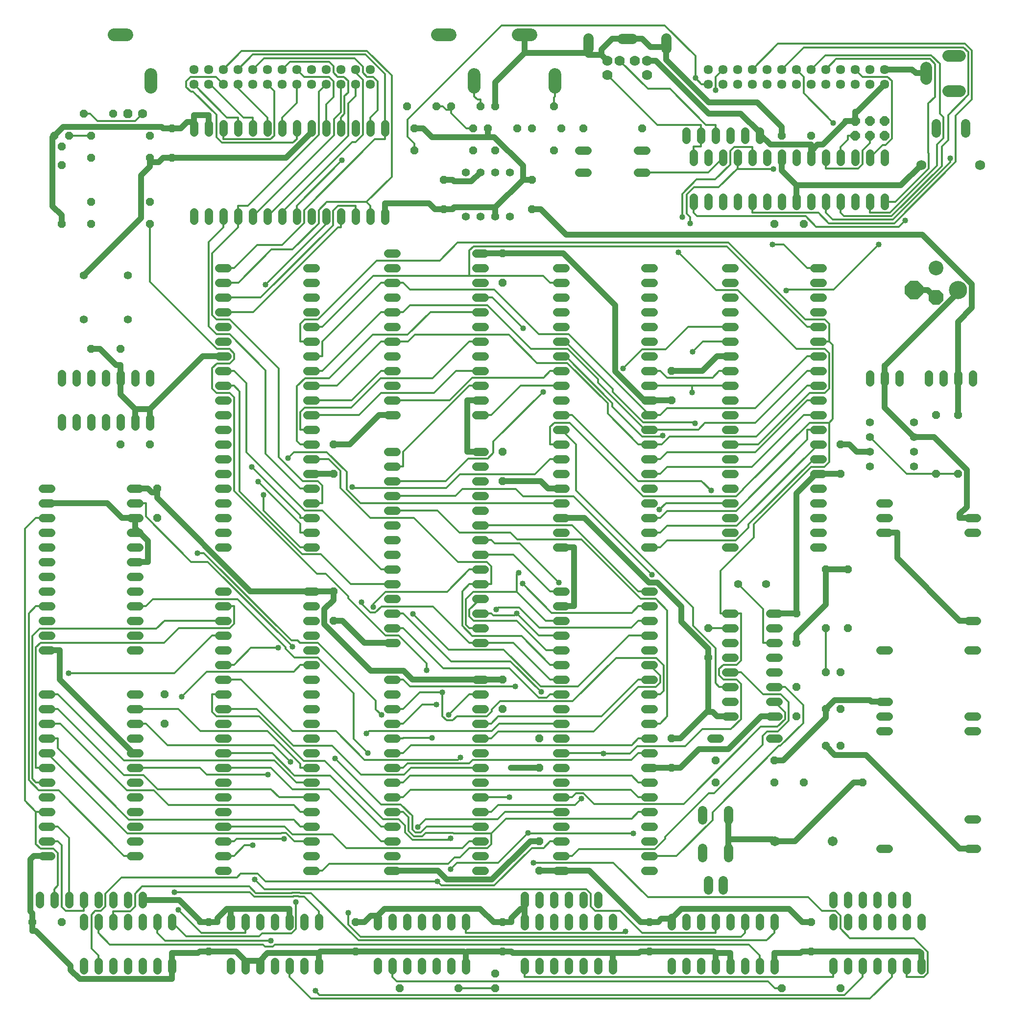
<source format=gbr>
G75*
%MOIN*%
%OFA0B0*%
%FSLAX24Y24*%
%IPPOS*%
%LPD*%
%AMOC8*
5,1,8,0,0,1.08239X$1,22.5*
%
%ADD10C,0.0560*%
%ADD11C,0.0560*%
%ADD12OC8,0.0560*%
%ADD13OC8,0.0630*%
%ADD14C,0.0630*%
%ADD15C,0.0634*%
%ADD16C,0.0640*%
%ADD17C,0.0866*%
%ADD18OC8,0.0640*%
%ADD19C,0.0673*%
%ADD20C,0.0700*%
%ADD21C,0.0700*%
%ADD22C,0.0787*%
%ADD23C,0.0680*%
%ADD24C,0.0555*%
%ADD25C,0.1000*%
%ADD26OC8,0.1000*%
%ADD27OC8,0.1240*%
%ADD28C,0.1240*%
%ADD29C,0.0400*%
%ADD30C,0.0400*%
%ADD31C,0.0120*%
D10*
X005100Y002820D02*
X005100Y003380D01*
X006100Y003380D02*
X006100Y002820D01*
X007100Y002820D02*
X007100Y003380D01*
X008100Y003380D02*
X008100Y002820D01*
X009100Y002820D02*
X009100Y003380D01*
X010100Y003380D02*
X010100Y002820D01*
X011100Y002820D02*
X011100Y003380D01*
X011100Y005820D02*
X011100Y006380D01*
X010100Y006380D02*
X010100Y005820D01*
X009100Y005820D02*
X009100Y006380D01*
X009100Y007320D02*
X009100Y007880D01*
X008100Y007880D02*
X008100Y007320D01*
X007100Y007320D02*
X007100Y007880D01*
X006100Y007880D02*
X006100Y007320D01*
X005100Y007320D02*
X005100Y007880D01*
X004100Y007880D02*
X004100Y007320D01*
X003100Y007320D02*
X003100Y007880D01*
X002100Y007880D02*
X002100Y007320D01*
X005100Y006380D02*
X005100Y005820D01*
X006100Y005820D02*
X006100Y006380D01*
X007100Y006380D02*
X007100Y005820D01*
X008100Y005820D02*
X008100Y006380D01*
X008320Y010600D02*
X008880Y010600D01*
X008880Y011600D02*
X008320Y011600D01*
X008320Y012600D02*
X008880Y012600D01*
X008880Y013600D02*
X008320Y013600D01*
X008320Y014600D02*
X008880Y014600D01*
X008880Y015600D02*
X008320Y015600D01*
X008320Y016600D02*
X008880Y016600D01*
X008880Y017600D02*
X008320Y017600D01*
X008320Y018600D02*
X008880Y018600D01*
X008880Y019600D02*
X008320Y019600D01*
X008320Y020600D02*
X008880Y020600D01*
X008880Y021600D02*
X008320Y021600D01*
X008320Y024600D02*
X008880Y024600D01*
X008880Y025600D02*
X008320Y025600D01*
X008320Y026600D02*
X008880Y026600D01*
X008880Y027600D02*
X008320Y027600D01*
X008320Y028600D02*
X008880Y028600D01*
X008880Y029600D02*
X008320Y029600D01*
X008320Y030600D02*
X008880Y030600D01*
X008880Y031600D02*
X008320Y031600D01*
X008320Y032600D02*
X008880Y032600D01*
X008880Y033600D02*
X008320Y033600D01*
X008320Y034600D02*
X008880Y034600D01*
X008880Y035600D02*
X008320Y035600D01*
X008600Y039820D02*
X008600Y040380D01*
X007600Y040380D02*
X007600Y039820D01*
X006600Y039820D02*
X006600Y040380D01*
X005600Y040380D02*
X005600Y039820D01*
X004600Y039820D02*
X004600Y040380D01*
X003600Y040380D02*
X003600Y039820D01*
X003600Y042820D02*
X003600Y043380D01*
X004600Y043380D02*
X004600Y042820D01*
X005600Y042820D02*
X005600Y043380D01*
X006600Y043380D02*
X006600Y042820D01*
X007600Y042820D02*
X007600Y043380D01*
X008600Y043380D02*
X008600Y042820D01*
X009600Y042820D02*
X009600Y043380D01*
X009600Y040380D02*
X009600Y039820D01*
X014320Y039600D02*
X014880Y039600D01*
X014880Y040600D02*
X014320Y040600D01*
X014320Y041600D02*
X014880Y041600D01*
X014880Y042600D02*
X014320Y042600D01*
X014320Y043600D02*
X014880Y043600D01*
X014880Y044600D02*
X014320Y044600D01*
X014320Y045600D02*
X014880Y045600D01*
X014880Y046600D02*
X014320Y046600D01*
X014320Y047600D02*
X014880Y047600D01*
X014880Y048600D02*
X014320Y048600D01*
X014320Y049600D02*
X014880Y049600D01*
X014880Y050600D02*
X014320Y050600D01*
X014600Y053820D02*
X014600Y054380D01*
X015600Y054380D02*
X015600Y053820D01*
X016600Y053820D02*
X016600Y054380D01*
X017600Y054380D02*
X017600Y053820D01*
X018600Y053820D02*
X018600Y054380D01*
X019600Y054380D02*
X019600Y053820D01*
X020600Y053820D02*
X020600Y054380D01*
X021600Y054380D02*
X021600Y053820D01*
X022600Y053820D02*
X022600Y054380D01*
X023600Y054380D02*
X023600Y053820D01*
X024600Y053820D02*
X024600Y054380D01*
X025600Y054380D02*
X025600Y053820D01*
X025820Y051600D02*
X026380Y051600D01*
X026380Y050600D02*
X025820Y050600D01*
X025820Y049600D02*
X026380Y049600D01*
X026380Y048600D02*
X025820Y048600D01*
X025820Y047600D02*
X026380Y047600D01*
X026380Y046600D02*
X025820Y046600D01*
X025820Y045600D02*
X026380Y045600D01*
X026380Y044600D02*
X025820Y044600D01*
X025820Y043600D02*
X026380Y043600D01*
X026380Y042600D02*
X025820Y042600D01*
X025820Y041600D02*
X026380Y041600D01*
X026380Y040600D02*
X025820Y040600D01*
X025820Y038100D02*
X026380Y038100D01*
X026380Y037100D02*
X025820Y037100D01*
X025820Y036100D02*
X026380Y036100D01*
X026380Y035100D02*
X025820Y035100D01*
X025820Y034100D02*
X026380Y034100D01*
X026380Y033100D02*
X025820Y033100D01*
X025820Y032100D02*
X026380Y032100D01*
X026380Y031100D02*
X025820Y031100D01*
X025820Y030100D02*
X026380Y030100D01*
X026380Y029100D02*
X025820Y029100D01*
X025820Y028100D02*
X026380Y028100D01*
X026380Y027100D02*
X025820Y027100D01*
X025820Y026100D02*
X026380Y026100D01*
X026380Y025100D02*
X025820Y025100D01*
X025820Y022600D02*
X026380Y022600D01*
X026380Y021600D02*
X025820Y021600D01*
X025820Y020600D02*
X026380Y020600D01*
X026380Y019600D02*
X025820Y019600D01*
X025820Y018600D02*
X026380Y018600D01*
X026380Y017600D02*
X025820Y017600D01*
X025820Y016600D02*
X026380Y016600D01*
X026380Y015600D02*
X025820Y015600D01*
X025820Y014600D02*
X026380Y014600D01*
X026380Y013600D02*
X025820Y013600D01*
X025820Y012600D02*
X026380Y012600D01*
X026380Y011600D02*
X025820Y011600D01*
X025820Y010600D02*
X026380Y010600D01*
X026380Y009600D02*
X025820Y009600D01*
X026100Y006380D02*
X026100Y005820D01*
X027100Y005820D02*
X027100Y006380D01*
X028100Y006380D02*
X028100Y005820D01*
X029100Y005820D02*
X029100Y006380D01*
X030100Y006380D02*
X030100Y005820D01*
X031100Y005820D02*
X031100Y006380D01*
X031100Y003380D02*
X031100Y002820D01*
X030100Y002820D02*
X030100Y003380D01*
X029100Y003380D02*
X029100Y002820D01*
X028100Y002820D02*
X028100Y003380D01*
X027100Y003380D02*
X027100Y002820D01*
X026100Y002820D02*
X026100Y003380D01*
X025100Y003380D02*
X025100Y002820D01*
X025100Y005820D02*
X025100Y006380D01*
X021100Y006380D02*
X021100Y005820D01*
X020100Y005820D02*
X020100Y006380D01*
X019100Y006380D02*
X019100Y005820D01*
X018100Y005820D02*
X018100Y006380D01*
X017100Y006380D02*
X017100Y005820D01*
X016100Y005820D02*
X016100Y006380D01*
X015100Y006380D02*
X015100Y005820D01*
X015100Y003380D02*
X015100Y002820D01*
X016100Y002820D02*
X016100Y003380D01*
X017100Y003380D02*
X017100Y002820D01*
X018100Y002820D02*
X018100Y003380D01*
X019100Y003380D02*
X019100Y002820D01*
X020100Y002820D02*
X020100Y003380D01*
X021100Y003380D02*
X021100Y002820D01*
X020880Y009600D02*
X020320Y009600D01*
X020320Y010600D02*
X020880Y010600D01*
X020880Y011600D02*
X020320Y011600D01*
X020320Y012600D02*
X020880Y012600D01*
X020880Y013600D02*
X020320Y013600D01*
X020320Y014600D02*
X020880Y014600D01*
X020880Y015600D02*
X020320Y015600D01*
X020320Y016600D02*
X020880Y016600D01*
X020880Y017600D02*
X020320Y017600D01*
X020320Y018600D02*
X020880Y018600D01*
X020880Y019600D02*
X020320Y019600D01*
X020320Y020600D02*
X020880Y020600D01*
X020880Y021600D02*
X020320Y021600D01*
X020320Y022600D02*
X020880Y022600D01*
X020880Y023600D02*
X020320Y023600D01*
X020320Y024600D02*
X020880Y024600D01*
X020880Y025600D02*
X020320Y025600D01*
X020320Y026600D02*
X020880Y026600D01*
X020880Y027600D02*
X020320Y027600D01*
X020320Y028600D02*
X020880Y028600D01*
X020880Y031600D02*
X020320Y031600D01*
X020320Y032600D02*
X020880Y032600D01*
X020880Y033600D02*
X020320Y033600D01*
X020320Y034600D02*
X020880Y034600D01*
X020880Y035600D02*
X020320Y035600D01*
X020320Y036600D02*
X020880Y036600D01*
X020880Y037600D02*
X020320Y037600D01*
X020320Y038600D02*
X020880Y038600D01*
X020880Y039600D02*
X020320Y039600D01*
X020320Y040600D02*
X020880Y040600D01*
X020880Y041600D02*
X020320Y041600D01*
X020320Y042600D02*
X020880Y042600D01*
X020880Y043600D02*
X020320Y043600D01*
X020320Y044600D02*
X020880Y044600D01*
X020880Y045600D02*
X020320Y045600D01*
X020320Y046600D02*
X020880Y046600D01*
X020880Y047600D02*
X020320Y047600D01*
X020320Y048600D02*
X020880Y048600D01*
X020880Y049600D02*
X020320Y049600D01*
X020320Y050600D02*
X020880Y050600D01*
X013600Y053820D02*
X013600Y054380D01*
X012600Y054380D02*
X012600Y053820D01*
X012600Y059820D02*
X012600Y060380D01*
X013600Y060380D02*
X013600Y059820D01*
X014600Y059820D02*
X014600Y060380D01*
X015600Y060380D02*
X015600Y059820D01*
X016600Y059820D02*
X016600Y060380D01*
X017600Y060380D02*
X017600Y059820D01*
X018600Y059820D02*
X018600Y060380D01*
X019600Y060380D02*
X019600Y059820D01*
X020600Y059820D02*
X020600Y060380D01*
X021600Y060380D02*
X021600Y059820D01*
X022600Y059820D02*
X022600Y060380D01*
X023600Y060380D02*
X023600Y059820D01*
X024600Y059820D02*
X024600Y060380D01*
X025600Y060380D02*
X025600Y059820D01*
X031820Y051600D02*
X032380Y051600D01*
X032380Y050600D02*
X031820Y050600D01*
X031820Y049600D02*
X032380Y049600D01*
X032380Y048600D02*
X031820Y048600D01*
X031820Y047600D02*
X032380Y047600D01*
X032380Y046600D02*
X031820Y046600D01*
X031820Y045600D02*
X032380Y045600D01*
X032380Y044600D02*
X031820Y044600D01*
X031820Y043600D02*
X032380Y043600D01*
X032380Y042600D02*
X031820Y042600D01*
X031820Y041600D02*
X032380Y041600D01*
X032380Y040600D02*
X031820Y040600D01*
X031820Y038100D02*
X032380Y038100D01*
X032380Y037100D02*
X031820Y037100D01*
X031820Y036100D02*
X032380Y036100D01*
X032380Y035100D02*
X031820Y035100D01*
X031820Y034100D02*
X032380Y034100D01*
X032380Y033100D02*
X031820Y033100D01*
X031820Y032100D02*
X032380Y032100D01*
X032380Y031100D02*
X031820Y031100D01*
X031820Y030100D02*
X032380Y030100D01*
X032380Y029100D02*
X031820Y029100D01*
X031820Y028100D02*
X032380Y028100D01*
X032380Y027100D02*
X031820Y027100D01*
X031820Y026100D02*
X032380Y026100D01*
X032380Y025100D02*
X031820Y025100D01*
X031820Y022600D02*
X032380Y022600D01*
X032380Y021600D02*
X031820Y021600D01*
X031820Y020600D02*
X032380Y020600D01*
X032380Y019600D02*
X031820Y019600D01*
X031820Y018600D02*
X032380Y018600D01*
X032380Y017600D02*
X031820Y017600D01*
X031820Y016600D02*
X032380Y016600D01*
X032380Y015600D02*
X031820Y015600D01*
X031820Y014600D02*
X032380Y014600D01*
X032380Y013600D02*
X031820Y013600D01*
X031820Y012600D02*
X032380Y012600D01*
X032380Y011600D02*
X031820Y011600D01*
X031820Y010600D02*
X032380Y010600D01*
X032380Y009600D02*
X031820Y009600D01*
X035100Y007880D02*
X035100Y007320D01*
X036100Y007320D02*
X036100Y007880D01*
X037100Y007880D02*
X037100Y007320D01*
X038100Y007320D02*
X038100Y007880D01*
X039100Y007880D02*
X039100Y007320D01*
X040100Y007320D02*
X040100Y007880D01*
X040100Y006380D02*
X040100Y005820D01*
X039100Y005820D02*
X039100Y006380D01*
X038100Y006380D02*
X038100Y005820D01*
X037100Y005820D02*
X037100Y006380D01*
X036100Y006380D02*
X036100Y005820D01*
X035100Y005820D02*
X035100Y006380D01*
X035100Y003380D02*
X035100Y002820D01*
X036100Y002820D02*
X036100Y003380D01*
X037100Y003380D02*
X037100Y002820D01*
X038100Y002820D02*
X038100Y003380D01*
X039100Y003380D02*
X039100Y002820D01*
X040100Y002820D02*
X040100Y003380D01*
X041100Y003380D02*
X041100Y002820D01*
X041100Y005820D02*
X041100Y006380D01*
X043320Y009600D02*
X043880Y009600D01*
X043880Y010600D02*
X043320Y010600D01*
X043320Y011600D02*
X043880Y011600D01*
X043880Y012600D02*
X043320Y012600D01*
X043320Y013600D02*
X043880Y013600D01*
X043880Y014600D02*
X043320Y014600D01*
X043320Y015600D02*
X043880Y015600D01*
X043880Y016600D02*
X043320Y016600D01*
X043320Y017600D02*
X043880Y017600D01*
X043880Y018600D02*
X043320Y018600D01*
X043320Y019600D02*
X043880Y019600D01*
X043880Y020600D02*
X043320Y020600D01*
X043320Y021600D02*
X043880Y021600D01*
X043880Y022600D02*
X043320Y022600D01*
X043320Y023600D02*
X043880Y023600D01*
X043880Y024600D02*
X043320Y024600D01*
X043320Y025600D02*
X043880Y025600D01*
X043880Y026600D02*
X043320Y026600D01*
X043320Y027600D02*
X043880Y027600D01*
X043880Y028600D02*
X043320Y028600D01*
X043320Y031600D02*
X043880Y031600D01*
X043880Y032600D02*
X043320Y032600D01*
X043320Y033600D02*
X043880Y033600D01*
X043880Y034600D02*
X043320Y034600D01*
X043320Y035600D02*
X043880Y035600D01*
X043880Y036600D02*
X043320Y036600D01*
X043320Y037600D02*
X043880Y037600D01*
X043880Y038600D02*
X043320Y038600D01*
X043320Y039600D02*
X043880Y039600D01*
X043880Y040600D02*
X043320Y040600D01*
X043320Y041600D02*
X043880Y041600D01*
X043880Y042600D02*
X043320Y042600D01*
X043320Y043600D02*
X043880Y043600D01*
X043880Y044600D02*
X043320Y044600D01*
X043320Y045600D02*
X043880Y045600D01*
X043880Y046600D02*
X043320Y046600D01*
X043320Y047600D02*
X043880Y047600D01*
X043880Y048600D02*
X043320Y048600D01*
X043320Y049600D02*
X043880Y049600D01*
X043880Y050600D02*
X043320Y050600D01*
X046600Y054820D02*
X046600Y055380D01*
X047600Y055380D02*
X047600Y054820D01*
X048600Y054820D02*
X048600Y055380D01*
X049600Y055380D02*
X049600Y054820D01*
X050600Y054820D02*
X050600Y055380D01*
X051600Y055380D02*
X051600Y054820D01*
X052600Y054820D02*
X052600Y055380D01*
X053600Y055380D02*
X053600Y054820D01*
X054600Y054820D02*
X054600Y055380D01*
X055600Y055380D02*
X055600Y054820D01*
X056600Y054820D02*
X056600Y055380D01*
X057600Y055380D02*
X057600Y054820D01*
X058600Y054820D02*
X058600Y055380D01*
X059600Y055380D02*
X059600Y054820D01*
X059600Y057820D02*
X059600Y058380D01*
X058600Y058380D02*
X058600Y057820D01*
X057600Y057820D02*
X057600Y058380D01*
X056600Y058380D02*
X056600Y057820D01*
X055600Y057820D02*
X055600Y058380D01*
X054600Y058380D02*
X054600Y057820D01*
X053600Y057820D02*
X053600Y058380D01*
X052600Y058380D02*
X052600Y057820D01*
X051600Y057820D02*
X051600Y058380D01*
X050600Y058380D02*
X050600Y057820D01*
X049600Y057820D02*
X049600Y058380D01*
X048600Y058380D02*
X048600Y057820D01*
X047600Y057820D02*
X047600Y058380D01*
X046600Y058380D02*
X046600Y057820D01*
X046100Y059320D02*
X046100Y059880D01*
X047100Y059880D02*
X047100Y059320D01*
X048100Y059320D02*
X048100Y059880D01*
X049100Y059880D02*
X049100Y059320D01*
X050100Y059320D02*
X050100Y059880D01*
X051100Y059880D02*
X051100Y059320D01*
X043380Y058600D02*
X042820Y058600D01*
X042820Y057100D02*
X043380Y057100D01*
X039380Y057100D02*
X038820Y057100D01*
X038820Y058600D02*
X039380Y058600D01*
X037880Y050600D02*
X037320Y050600D01*
X037320Y049600D02*
X037880Y049600D01*
X037880Y048600D02*
X037320Y048600D01*
X037320Y047600D02*
X037880Y047600D01*
X037880Y046600D02*
X037320Y046600D01*
X037320Y045600D02*
X037880Y045600D01*
X037880Y044600D02*
X037320Y044600D01*
X037320Y043600D02*
X037880Y043600D01*
X037880Y042600D02*
X037320Y042600D01*
X037320Y041600D02*
X037880Y041600D01*
X037880Y040600D02*
X037320Y040600D01*
X037320Y039600D02*
X037880Y039600D01*
X037880Y038600D02*
X037320Y038600D01*
X037320Y037600D02*
X037880Y037600D01*
X037880Y036600D02*
X037320Y036600D01*
X037320Y035600D02*
X037880Y035600D01*
X037880Y034600D02*
X037320Y034600D01*
X037320Y033600D02*
X037880Y033600D01*
X037880Y032600D02*
X037320Y032600D01*
X037320Y031600D02*
X037880Y031600D01*
X037880Y028600D02*
X037320Y028600D01*
X037320Y027600D02*
X037880Y027600D01*
X037880Y026600D02*
X037320Y026600D01*
X037320Y025600D02*
X037880Y025600D01*
X037880Y024600D02*
X037320Y024600D01*
X037320Y023600D02*
X037880Y023600D01*
X037880Y022600D02*
X037320Y022600D01*
X037320Y021600D02*
X037880Y021600D01*
X037880Y020600D02*
X037320Y020600D01*
X037320Y019600D02*
X037880Y019600D01*
X037880Y018600D02*
X037320Y018600D01*
X037320Y017600D02*
X037880Y017600D01*
X037880Y016600D02*
X037320Y016600D01*
X037320Y015600D02*
X037880Y015600D01*
X037880Y014600D02*
X037320Y014600D01*
X037320Y013600D02*
X037880Y013600D01*
X037880Y012600D02*
X037320Y012600D01*
X037320Y011600D02*
X037880Y011600D01*
X037880Y010600D02*
X037320Y010600D01*
X037320Y009600D02*
X037880Y009600D01*
X045100Y006380D02*
X045100Y005820D01*
X046100Y005820D02*
X046100Y006380D01*
X047100Y006380D02*
X047100Y005820D01*
X048100Y005820D02*
X048100Y006380D01*
X049100Y006380D02*
X049100Y005820D01*
X050100Y005820D02*
X050100Y006380D01*
X051100Y006380D02*
X051100Y005820D01*
X052100Y005820D02*
X052100Y006380D01*
X052100Y003380D02*
X052100Y002820D01*
X051100Y002820D02*
X051100Y003380D01*
X050100Y003380D02*
X050100Y002820D01*
X049100Y002820D02*
X049100Y003380D01*
X048100Y003380D02*
X048100Y002820D01*
X047100Y002820D02*
X047100Y003380D01*
X046100Y003380D02*
X046100Y002820D01*
X045100Y002820D02*
X045100Y003380D01*
X056100Y003380D02*
X056100Y002820D01*
X057100Y002820D02*
X057100Y003380D01*
X058100Y003380D02*
X058100Y002820D01*
X059100Y002820D02*
X059100Y003380D01*
X060100Y003380D02*
X060100Y002820D01*
X061100Y002820D02*
X061100Y003380D01*
X062100Y003380D02*
X062100Y002820D01*
X062100Y005820D02*
X062100Y006380D01*
X061100Y006380D02*
X061100Y005820D01*
X060100Y005820D02*
X060100Y006380D01*
X060100Y007320D02*
X060100Y007880D01*
X061100Y007880D02*
X061100Y007320D01*
X059100Y007320D02*
X059100Y007880D01*
X058100Y007880D02*
X058100Y007320D01*
X058100Y006380D02*
X058100Y005820D01*
X059100Y005820D02*
X059100Y006380D01*
X057100Y006380D02*
X057100Y005820D01*
X056100Y005820D02*
X056100Y006380D01*
X056100Y007320D02*
X056100Y007880D01*
X057100Y007880D02*
X057100Y007320D01*
X052380Y018600D02*
X051820Y018600D01*
X051820Y020100D02*
X052380Y020100D01*
X052380Y021100D02*
X051820Y021100D01*
X051820Y022100D02*
X052380Y022100D01*
X052380Y023100D02*
X051820Y023100D01*
X051820Y024100D02*
X052380Y024100D01*
X052380Y025100D02*
X051820Y025100D01*
X051820Y026100D02*
X052380Y026100D01*
X052380Y027100D02*
X051820Y027100D01*
X049380Y027100D02*
X048820Y027100D01*
X048820Y026100D02*
X049380Y026100D01*
X049380Y025100D02*
X048820Y025100D01*
X048820Y024100D02*
X049380Y024100D01*
X049380Y023100D02*
X048820Y023100D01*
X048820Y022100D02*
X049380Y022100D01*
X049380Y021100D02*
X048820Y021100D01*
X048820Y020100D02*
X049380Y020100D01*
X048380Y018600D02*
X047820Y018600D01*
X048820Y031600D02*
X049380Y031600D01*
X049380Y032600D02*
X048820Y032600D01*
X048820Y033600D02*
X049380Y033600D01*
X049380Y034600D02*
X048820Y034600D01*
X048820Y035600D02*
X049380Y035600D01*
X049380Y036600D02*
X048820Y036600D01*
X048820Y037600D02*
X049380Y037600D01*
X049380Y038600D02*
X048820Y038600D01*
X048820Y039600D02*
X049380Y039600D01*
X049380Y040600D02*
X048820Y040600D01*
X048820Y041600D02*
X049380Y041600D01*
X049380Y042600D02*
X048820Y042600D01*
X048820Y043600D02*
X049380Y043600D01*
X049380Y044600D02*
X048820Y044600D01*
X048820Y045600D02*
X049380Y045600D01*
X049380Y046600D02*
X048820Y046600D01*
X048820Y047600D02*
X049380Y047600D01*
X049380Y048600D02*
X048820Y048600D01*
X048820Y049600D02*
X049380Y049600D01*
X049380Y050600D02*
X048820Y050600D01*
X054820Y050600D02*
X055380Y050600D01*
X055380Y049600D02*
X054820Y049600D01*
X054820Y048600D02*
X055380Y048600D01*
X055380Y047600D02*
X054820Y047600D01*
X054820Y046600D02*
X055380Y046600D01*
X055380Y045600D02*
X054820Y045600D01*
X054820Y044600D02*
X055380Y044600D01*
X055380Y043600D02*
X054820Y043600D01*
X054820Y042600D02*
X055380Y042600D01*
X055380Y041600D02*
X054820Y041600D01*
X054820Y040600D02*
X055380Y040600D01*
X055380Y039600D02*
X054820Y039600D01*
X054820Y038600D02*
X055380Y038600D01*
X055380Y037600D02*
X054820Y037600D01*
X054820Y036600D02*
X055380Y036600D01*
X055380Y035600D02*
X054820Y035600D01*
X054820Y034600D02*
X055380Y034600D01*
X055380Y033600D02*
X054820Y033600D01*
X054820Y032600D02*
X055380Y032600D01*
X055380Y031600D02*
X054820Y031600D01*
X014880Y031600D02*
X014320Y031600D01*
X014320Y032600D02*
X014880Y032600D01*
X014880Y033600D02*
X014320Y033600D01*
X014320Y034600D02*
X014880Y034600D01*
X014880Y035600D02*
X014320Y035600D01*
X014320Y036600D02*
X014880Y036600D01*
X014880Y037600D02*
X014320Y037600D01*
X014320Y038600D02*
X014880Y038600D01*
X014880Y028600D02*
X014320Y028600D01*
X014320Y027600D02*
X014880Y027600D01*
X014880Y026600D02*
X014320Y026600D01*
X014320Y025600D02*
X014880Y025600D01*
X014880Y024600D02*
X014320Y024600D01*
X014320Y023600D02*
X014880Y023600D01*
X014880Y022600D02*
X014320Y022600D01*
X014320Y021600D02*
X014880Y021600D01*
X014880Y020600D02*
X014320Y020600D01*
X014320Y019600D02*
X014880Y019600D01*
X014880Y018600D02*
X014320Y018600D01*
X014320Y017600D02*
X014880Y017600D01*
X014880Y016600D02*
X014320Y016600D01*
X014320Y015600D02*
X014880Y015600D01*
X014880Y014600D02*
X014320Y014600D01*
X014320Y013600D02*
X014880Y013600D01*
X014880Y012600D02*
X014320Y012600D01*
X014320Y011600D02*
X014880Y011600D01*
X014880Y010600D02*
X014320Y010600D01*
X014320Y009600D02*
X014880Y009600D01*
X002880Y010600D02*
X002320Y010600D01*
X002320Y011600D02*
X002880Y011600D01*
X002880Y012600D02*
X002320Y012600D01*
X002320Y013600D02*
X002880Y013600D01*
X002880Y014600D02*
X002320Y014600D01*
X002320Y015600D02*
X002880Y015600D01*
X002880Y016600D02*
X002320Y016600D01*
X002320Y017600D02*
X002880Y017600D01*
X002880Y018600D02*
X002320Y018600D01*
X002320Y019600D02*
X002880Y019600D01*
X002880Y020600D02*
X002320Y020600D01*
X002320Y021600D02*
X002880Y021600D01*
X002880Y024600D02*
X002320Y024600D01*
X002320Y025600D02*
X002880Y025600D01*
X002880Y026600D02*
X002320Y026600D01*
X002320Y027600D02*
X002880Y027600D01*
X002880Y028600D02*
X002320Y028600D01*
X002320Y029600D02*
X002880Y029600D01*
X002880Y030600D02*
X002320Y030600D01*
X002320Y031600D02*
X002880Y031600D01*
X002880Y032600D02*
X002320Y032600D01*
X002320Y033600D02*
X002880Y033600D01*
X002880Y034600D02*
X002320Y034600D01*
X002320Y035600D02*
X002880Y035600D01*
D11*
X005100Y047100D03*
X005100Y050100D03*
X008100Y050100D03*
X008100Y047100D03*
X031100Y054100D03*
X032100Y054100D03*
X033100Y054100D03*
X034100Y054100D03*
X034100Y057100D03*
X033100Y057100D03*
X032100Y057100D03*
X031100Y057100D03*
X049650Y029100D03*
X051550Y029100D03*
X058600Y037100D03*
X058600Y038100D03*
X058600Y039100D03*
X058600Y040100D03*
X061600Y040100D03*
X061600Y039100D03*
X061600Y038100D03*
X061600Y037100D03*
D12*
X063100Y036600D03*
X064600Y036600D03*
X064600Y040600D03*
X063100Y040600D03*
X056600Y038600D03*
X056600Y036600D03*
X057100Y030100D03*
X055600Y030100D03*
X053600Y027100D03*
X053600Y025100D03*
X055600Y026100D03*
X057100Y026100D03*
X056600Y023100D03*
X055600Y023100D03*
X053600Y022100D03*
X053600Y020100D03*
X055600Y020600D03*
X056600Y020600D03*
X056600Y018100D03*
X055600Y018100D03*
X054100Y015600D03*
X052100Y015600D03*
X052100Y017100D03*
X048100Y017100D03*
X048100Y015600D03*
X045100Y016600D03*
X045100Y018600D03*
X047600Y024100D03*
X047600Y026100D03*
X058100Y015600D03*
X054600Y006100D03*
X054600Y004100D03*
X052600Y001600D03*
X056600Y001600D03*
X043600Y004100D03*
X043600Y006100D03*
X036100Y009600D03*
X036100Y011600D03*
X036100Y016600D03*
X036100Y018600D03*
X033600Y020600D03*
X033600Y022600D03*
X022100Y026600D03*
X022100Y028600D03*
X022100Y036600D03*
X022100Y038600D03*
X033600Y038100D03*
X033600Y036100D03*
X045100Y041600D03*
X045100Y043600D03*
X052100Y053600D03*
X054100Y053600D03*
X054600Y059600D03*
X052600Y059600D03*
X043100Y060100D03*
X039100Y060100D03*
X037600Y060100D03*
X037100Y058600D03*
X035600Y060100D03*
X034600Y060100D03*
X033100Y058600D03*
X031600Y058600D03*
X031600Y060100D03*
X032600Y060100D03*
X032100Y061600D03*
X033100Y061600D03*
X030100Y061600D03*
X029100Y061600D03*
X027600Y060100D03*
X027600Y058600D03*
X029600Y056600D03*
X029600Y054600D03*
X033600Y051600D03*
X033600Y049600D03*
X035600Y054600D03*
X035600Y056600D03*
X037100Y061600D03*
X027100Y061600D03*
X011100Y060100D03*
X009600Y059600D03*
X009600Y058100D03*
X011100Y058100D03*
X009600Y055100D03*
X009600Y053600D03*
X005600Y053600D03*
X005600Y055100D03*
X003600Y053600D03*
X003600Y057600D03*
X003600Y058850D03*
X003100Y059600D03*
X004100Y059600D03*
X005600Y059600D03*
X005600Y058100D03*
X005100Y061100D03*
X007100Y061100D03*
X007600Y045100D03*
X005600Y045100D03*
X007600Y038600D03*
X009600Y038600D03*
X010100Y035600D03*
X010100Y033600D03*
X010600Y021600D03*
X010600Y019600D03*
X013600Y006100D03*
X013600Y004100D03*
X003600Y006100D03*
X001600Y006100D03*
X023600Y006100D03*
X023600Y004100D03*
X026600Y001600D03*
X030600Y001600D03*
X033100Y001600D03*
X033100Y002600D03*
X033600Y004100D03*
X033600Y006100D03*
D13*
X008100Y061100D03*
D14*
X009100Y061100D03*
D15*
X012600Y063100D03*
X012600Y064100D03*
X013600Y064100D03*
X013600Y063100D03*
X014600Y063100D03*
X014600Y064100D03*
X015600Y064100D03*
X015600Y063100D03*
X016600Y063100D03*
X016600Y064100D03*
X017600Y064100D03*
X017600Y063100D03*
X018600Y063100D03*
X018600Y064100D03*
X019600Y064100D03*
X019600Y063100D03*
X020600Y063100D03*
X020600Y064100D03*
X021600Y064100D03*
X021600Y063100D03*
X022600Y063100D03*
X022600Y064100D03*
X023600Y064100D03*
X023600Y063100D03*
X024600Y063100D03*
X024600Y064100D03*
X047600Y064100D03*
X047600Y063100D03*
X048600Y063100D03*
X048600Y064100D03*
X049600Y064100D03*
X049600Y063100D03*
X050600Y063100D03*
X050600Y064100D03*
X051600Y064100D03*
X051600Y063100D03*
X052600Y063100D03*
X052600Y064100D03*
X053600Y064100D03*
X053600Y063100D03*
X054600Y063100D03*
X054600Y064100D03*
X055600Y064100D03*
X055600Y063100D03*
X056600Y063100D03*
X056600Y064100D03*
X057600Y064100D03*
X057600Y063100D03*
X058600Y063100D03*
X058600Y064100D03*
X059600Y064100D03*
X059600Y063100D03*
D16*
X063100Y060420D02*
X063100Y059780D01*
X065100Y059780D02*
X065100Y060420D01*
X048990Y013700D02*
X048990Y013060D01*
X047210Y013060D02*
X047210Y013700D01*
X047210Y011140D02*
X047210Y010500D01*
X047600Y008920D02*
X047600Y008280D01*
X048600Y008280D02*
X048600Y008920D01*
X048990Y010500D02*
X048990Y011140D01*
D17*
X037187Y062893D02*
X037187Y063759D01*
X035533Y066475D02*
X034667Y066475D01*
X031687Y063759D02*
X031687Y062893D01*
X030033Y066475D02*
X029167Y066475D01*
X009687Y063759D02*
X009687Y062893D01*
X008033Y066475D02*
X007167Y066475D01*
D18*
X057600Y060600D03*
X057600Y059600D03*
X058600Y059600D03*
X058600Y060600D03*
X059600Y060600D03*
X059600Y059600D03*
D19*
X056069Y011600D03*
X052131Y011600D03*
D20*
X044757Y065535D02*
X044757Y066235D01*
X042450Y066200D02*
X041750Y066200D01*
X039443Y066235D02*
X039443Y065535D01*
D21*
X040761Y064704D03*
X041588Y064704D03*
X042612Y064704D03*
X043439Y064704D03*
X043439Y063719D03*
X040761Y063719D03*
D22*
X062460Y063456D02*
X062460Y064244D01*
X063956Y065031D02*
X064744Y065031D01*
X064744Y062630D02*
X063956Y062630D01*
D23*
X062100Y057600D03*
X066100Y057600D03*
D24*
X065600Y043377D02*
X065600Y042823D01*
X064600Y042823D02*
X064600Y043377D01*
X063600Y043377D02*
X063600Y042823D01*
X062600Y042823D02*
X062600Y043377D01*
X060600Y043377D02*
X060600Y042823D01*
X059600Y042823D02*
X059600Y043377D01*
X058600Y043377D02*
X058600Y042823D01*
X059323Y034600D02*
X059877Y034600D01*
X059877Y033600D02*
X059323Y033600D01*
X059323Y032600D02*
X059877Y032600D01*
X065323Y032600D02*
X065877Y032600D01*
X065877Y033600D02*
X065323Y033600D01*
X065323Y026600D02*
X065877Y026600D01*
X065877Y024600D02*
X065323Y024600D01*
X065323Y020100D02*
X065877Y020100D01*
X065877Y019100D02*
X065323Y019100D01*
X059877Y019100D02*
X059323Y019100D01*
X059323Y020100D02*
X059877Y020100D01*
X059877Y021100D02*
X059323Y021100D01*
X059323Y024600D02*
X059877Y024600D01*
X065323Y013100D02*
X065877Y013100D01*
X065877Y011100D02*
X065323Y011100D01*
X059877Y011100D02*
X059323Y011100D01*
D25*
X063100Y050600D03*
D26*
X063100Y048600D03*
D27*
X061600Y049100D03*
D28*
X064600Y049100D03*
D29*
X004220Y003136D02*
X004220Y002834D01*
X004834Y002220D01*
X011100Y002220D01*
X011100Y003100D01*
X011100Y003220D01*
X011100Y003980D01*
X011100Y003980D01*
X012880Y003980D01*
X013000Y004100D01*
X013600Y004100D01*
X015475Y004100D01*
X016100Y003475D01*
X016100Y003100D01*
X016100Y003475D02*
X017100Y003475D01*
X017605Y003980D01*
X021100Y003980D01*
X021220Y004100D01*
X023000Y004100D01*
X023600Y004100D01*
X030980Y004100D01*
X031100Y003980D01*
X031100Y003100D01*
X031100Y003980D02*
X031220Y004100D01*
X033600Y004100D01*
X034200Y004100D01*
X034320Y003980D01*
X041100Y003980D01*
X042880Y003980D01*
X043000Y004100D01*
X043600Y004100D01*
X044200Y004100D01*
X047980Y004100D01*
X048100Y003980D01*
X049100Y003980D01*
X049100Y003100D01*
X048100Y003100D02*
X048100Y003850D01*
X048100Y003980D01*
X045100Y006100D02*
X045100Y006320D01*
X045774Y006994D01*
X053106Y006994D01*
X054000Y006100D01*
X054600Y006100D01*
X054600Y004100D02*
X054000Y004100D01*
X053880Y003980D01*
X052100Y003980D01*
X052100Y003100D01*
X054600Y004100D02*
X055200Y004100D01*
X061980Y004100D01*
X062100Y003980D01*
X062100Y003100D01*
X064725Y011100D02*
X065600Y011100D01*
X064725Y011100D02*
X058354Y017471D01*
X056229Y017471D01*
X055600Y018100D01*
X055600Y020000D02*
X052700Y017100D01*
X052100Y017100D01*
X052100Y020100D02*
X051220Y020100D01*
X048987Y017867D01*
X046967Y017867D01*
X045700Y016600D01*
X045100Y016600D01*
X043600Y016600D01*
X045100Y018600D02*
X045700Y018600D01*
X047510Y020410D01*
X047600Y020410D01*
X047600Y024100D01*
X047600Y024700D01*
X045772Y026528D01*
X045772Y027576D01*
X044138Y029209D01*
X043568Y029209D01*
X039177Y033600D01*
X037600Y033600D01*
X037600Y031600D02*
X038480Y031600D01*
X038480Y027600D01*
X037600Y027600D01*
X033600Y022600D02*
X032100Y022600D01*
X031220Y022600D01*
X027471Y022600D01*
X026865Y023206D01*
X024639Y023206D01*
X021490Y026355D01*
X021490Y027390D01*
X022100Y028000D01*
X022100Y028600D01*
X020600Y028600D01*
X016447Y028600D01*
X010100Y034947D01*
X010100Y035000D01*
X010100Y035339D01*
X009741Y035339D01*
X009480Y035600D01*
X008600Y035600D01*
X010100Y035600D02*
X010100Y035339D01*
X008600Y033600D02*
X007720Y033600D01*
X006720Y034600D01*
X002600Y034600D01*
X008600Y033600D02*
X008600Y032910D01*
X008910Y032600D01*
X009480Y032030D01*
X009480Y030600D01*
X008600Y030600D01*
X008600Y032600D02*
X008910Y032600D01*
X008600Y040100D02*
X008600Y040980D01*
X007600Y041980D01*
X007600Y043100D01*
X007600Y043980D01*
X007320Y043980D01*
X006200Y045100D01*
X005600Y045100D01*
X008600Y040980D02*
X009600Y040980D01*
X009600Y040980D01*
X009600Y040100D01*
X009600Y040980D02*
X013220Y044600D01*
X014600Y044600D01*
X022100Y038600D02*
X023220Y038600D01*
X025220Y040600D01*
X026100Y040600D01*
X022100Y036600D02*
X020600Y036600D01*
X022100Y026600D02*
X022700Y026600D01*
X024200Y025100D01*
X026100Y025100D01*
X034190Y016600D02*
X036100Y016600D01*
X036100Y011600D02*
X035500Y011600D01*
X032888Y008988D01*
X029817Y008988D01*
X029205Y009600D01*
X026100Y009600D01*
X025571Y007006D02*
X025100Y006535D01*
X024635Y006535D01*
X024200Y006100D01*
X023600Y006100D01*
X025100Y006100D02*
X025100Y006535D01*
X025571Y007006D02*
X032094Y007006D01*
X033000Y006100D01*
X033600Y006100D01*
X034200Y006100D01*
X034200Y006349D01*
X034831Y006980D01*
X035100Y006980D01*
X035100Y007600D01*
X035100Y006980D02*
X035100Y006100D01*
X036100Y009600D02*
X037600Y009600D01*
X038480Y009600D01*
X039500Y009600D01*
X043000Y006100D01*
X043600Y006100D01*
X044200Y006100D01*
X044420Y006320D01*
X045100Y006320D01*
X041100Y003980D02*
X041100Y003100D01*
X048990Y010820D02*
X048990Y011736D01*
X048990Y013380D01*
X048990Y011736D02*
X051995Y011736D01*
X052131Y011600D01*
X053500Y011600D01*
X057500Y015600D01*
X058100Y015600D01*
X055600Y020000D02*
X055600Y020600D01*
X056206Y021206D01*
X058619Y021206D01*
X058725Y021100D01*
X059600Y021100D01*
X064725Y026600D02*
X060475Y030850D01*
X060475Y032600D01*
X059600Y032600D01*
X057100Y030100D02*
X056500Y030100D01*
X055600Y030100D01*
X055600Y027700D01*
X053600Y025700D01*
X053600Y025100D01*
X053600Y027100D02*
X052980Y027100D01*
X052100Y027100D01*
X053600Y027100D02*
X053600Y027700D01*
X053600Y035252D01*
X054948Y036600D01*
X055100Y036600D01*
X056600Y036600D01*
X057700Y038100D02*
X057200Y038600D01*
X056600Y038600D01*
X057700Y038100D02*
X058600Y038100D01*
X059600Y041100D02*
X061600Y039100D01*
X062965Y039100D01*
X065206Y036858D01*
X065206Y034329D01*
X064725Y033847D01*
X064725Y033600D01*
X065600Y033600D01*
X065600Y026600D02*
X064725Y026600D01*
X064600Y040600D02*
X064600Y043100D01*
X064600Y046946D01*
X065540Y047886D01*
X065540Y049491D01*
X062181Y052850D01*
X037950Y052850D01*
X036200Y054600D01*
X035600Y054600D01*
X035600Y056600D02*
X035000Y056600D01*
X033115Y054715D01*
X033100Y054715D01*
X030315Y054715D01*
X030200Y054600D01*
X029600Y054600D01*
X029000Y054600D01*
X028620Y054980D01*
X025600Y054980D01*
X025600Y054100D01*
X029600Y056600D02*
X030200Y056600D01*
X030307Y056494D01*
X031494Y056494D01*
X032100Y057100D01*
X032600Y059500D02*
X033050Y059500D01*
X035000Y057550D01*
X035000Y056600D01*
X033100Y054715D02*
X033100Y054100D01*
X033600Y051600D02*
X032100Y051600D01*
X033600Y051600D02*
X037751Y051600D01*
X041290Y048061D01*
X041290Y043548D01*
X043238Y041600D01*
X043600Y041600D01*
X045100Y041600D01*
X045100Y043600D02*
X045700Y043600D01*
X047220Y043600D01*
X048220Y044600D01*
X049100Y044600D01*
X053600Y055100D02*
X053600Y055850D01*
X053600Y056220D01*
X060720Y056220D01*
X062100Y057600D01*
X057600Y060600D02*
X057600Y061240D01*
X057740Y061240D01*
X059600Y063100D01*
X059600Y064100D02*
X061496Y064100D01*
X061746Y063850D01*
X062460Y063850D01*
X057600Y060600D02*
X056960Y060600D01*
X056960Y060534D01*
X055406Y058980D01*
X055040Y058980D01*
X054600Y058540D01*
X054600Y058100D01*
X054600Y058540D02*
X054600Y058980D01*
X051830Y058980D01*
X051100Y059710D01*
X051100Y059600D01*
X051100Y059710D02*
X051100Y059820D01*
X049826Y061094D01*
X047651Y061094D01*
X044042Y064704D01*
X043439Y064704D01*
X043690Y065629D02*
X043120Y066200D01*
X042100Y066200D01*
X041080Y066200D01*
X040356Y065475D01*
X040356Y065109D01*
X040761Y064704D01*
X040356Y065109D02*
X039443Y065109D01*
X039443Y065885D01*
X039318Y065234D02*
X039443Y065109D01*
X039318Y065234D02*
X035100Y065234D01*
X033100Y063234D01*
X033100Y061600D01*
X032600Y060100D02*
X032600Y059500D01*
X028800Y059500D01*
X028200Y060100D01*
X027600Y060100D01*
X020600Y060100D02*
X020600Y059822D01*
X018878Y058100D01*
X011700Y058100D01*
X011100Y058100D01*
X010500Y058100D01*
X010200Y057800D01*
X009600Y057800D01*
X009600Y057500D01*
X009000Y056900D01*
X009000Y054000D01*
X005100Y050100D01*
X003600Y053600D02*
X003600Y054200D01*
X002987Y054813D01*
X002987Y059487D01*
X003100Y059600D01*
X003700Y060200D01*
X010400Y060200D01*
X010500Y060100D01*
X011100Y060100D01*
X011700Y060100D01*
X012140Y060540D01*
X012600Y060540D01*
X012600Y060980D01*
X013600Y060980D01*
X013600Y060100D01*
X012600Y060100D02*
X012600Y060540D01*
X009600Y058100D02*
X009600Y057800D01*
X031220Y041600D02*
X031220Y038100D01*
X032100Y038100D01*
X033600Y036100D02*
X036220Y036100D01*
X036720Y035600D01*
X037600Y035600D01*
X032100Y041600D02*
X031220Y041600D01*
X047659Y061861D02*
X050939Y061861D01*
X052600Y060200D01*
X052600Y059600D01*
X052600Y058100D02*
X052600Y057220D01*
X053600Y056220D01*
X047659Y061861D02*
X044757Y064762D01*
X044757Y064865D01*
X044757Y065627D01*
X044757Y065629D01*
X043690Y065629D01*
X044757Y065629D02*
X044757Y065885D01*
X035100Y065722D02*
X035100Y065234D01*
X035100Y065722D02*
X035100Y066475D01*
X059600Y043975D02*
X059600Y043100D01*
X059600Y041100D01*
X059637Y043975D02*
X059600Y043975D01*
X059637Y043975D02*
X064600Y048938D01*
X064600Y049100D01*
X063100Y048600D02*
X063040Y048600D01*
X062540Y049100D01*
X061600Y049100D01*
X049100Y020100D02*
X048220Y020100D01*
X047910Y020410D01*
X047600Y020410D01*
X021100Y003980D02*
X021100Y003850D01*
X021100Y003100D01*
X019100Y006100D02*
X019100Y006980D01*
X015100Y006980D01*
X015100Y006100D01*
X015100Y006980D02*
X014831Y006980D01*
X014200Y006349D01*
X014200Y006100D01*
X013600Y006100D01*
X013000Y006100D01*
X013000Y006202D01*
X011602Y007600D01*
X009100Y007600D01*
X004220Y003136D02*
X001856Y005500D01*
X001600Y005500D01*
X001600Y006100D01*
X001600Y006700D01*
X001484Y006816D01*
X001484Y010364D01*
X001720Y010600D01*
X002600Y010600D01*
X008471Y017600D02*
X003480Y022591D01*
X003480Y024600D01*
X002600Y024600D01*
X008471Y017600D02*
X008600Y017600D01*
X017100Y003475D02*
X017100Y003100D01*
D30*
X017834Y004826D03*
X019551Y007477D03*
X016749Y009002D03*
X016620Y011318D03*
X018739Y011768D03*
X017651Y016130D03*
X019179Y017009D03*
X022214Y017242D03*
X024439Y017599D03*
X024358Y018915D03*
X025364Y020183D03*
X028437Y023239D03*
X029506Y021733D03*
X029123Y020907D03*
X029956Y020196D03*
X028826Y018620D03*
X030738Y017299D03*
X034080Y014600D03*
X034190Y016600D03*
X035343Y012162D03*
X035697Y010140D03*
X038970Y014481D03*
X040482Y017565D03*
X036246Y021750D03*
X034464Y022140D03*
X034582Y027100D03*
X033190Y027350D03*
X034976Y029126D03*
X034709Y029867D03*
X037446Y029201D03*
X043783Y029729D03*
X044290Y034150D03*
X047800Y035452D03*
X044504Y039206D03*
X046726Y040035D03*
X046513Y042119D03*
X046530Y044895D03*
X041810Y043770D03*
X036368Y042171D03*
X035017Y046484D03*
X045564Y051666D03*
X046371Y053630D03*
X045835Y054053D03*
X051977Y052205D03*
X052902Y049059D03*
X059207Y052205D03*
X061005Y053821D03*
X064081Y058052D03*
X056123Y060457D03*
X052030Y057345D03*
X048101Y062683D03*
X046730Y063525D03*
X022684Y057924D03*
X017473Y049479D03*
X018998Y037649D03*
X016536Y037078D03*
X016964Y036077D03*
X017350Y035153D03*
X012839Y031210D03*
X018359Y024750D03*
X019309Y024820D03*
X024016Y027858D03*
X024803Y027533D03*
X027527Y027075D03*
X023379Y035702D03*
X011777Y021428D03*
X004094Y023026D03*
X011296Y008131D03*
X011539Y006928D03*
X020871Y001425D03*
X023107Y006734D03*
X027845Y012565D03*
X030082Y011791D03*
X030071Y009692D03*
X029192Y008851D03*
X041980Y005476D03*
X042508Y012121D03*
D31*
X035384Y012121D01*
X035343Y012162D01*
X033321Y010140D01*
X030519Y010140D01*
X030071Y009692D01*
X029901Y010060D02*
X021800Y010060D01*
X021340Y009600D01*
X020600Y009600D01*
X020595Y008075D02*
X019831Y008075D01*
X019808Y008098D01*
X019294Y008098D01*
X019272Y008075D01*
X016812Y008075D01*
X016366Y008521D01*
X009076Y008521D01*
X008600Y008045D01*
X008600Y007156D01*
X008284Y006840D01*
X007100Y006840D01*
X007100Y006100D01*
X006291Y006850D02*
X005884Y006850D01*
X005635Y006601D01*
X005635Y004305D01*
X006100Y003840D01*
X006100Y003100D01*
X006892Y004568D02*
X017312Y004568D01*
X017436Y004445D01*
X017990Y004445D01*
X018114Y004568D01*
X050372Y004568D01*
X051100Y003840D01*
X051100Y003100D01*
X051680Y002060D02*
X026400Y002060D01*
X026100Y002360D01*
X026100Y003100D01*
X023954Y005094D02*
X049834Y005094D01*
X050100Y005360D01*
X050100Y006100D01*
X051594Y004854D02*
X023816Y004854D01*
X020595Y008075D01*
X020105Y007835D02*
X019731Y007835D01*
X019708Y007857D01*
X019394Y007857D01*
X019371Y007835D01*
X016713Y007835D01*
X016417Y008131D01*
X011296Y008131D01*
X011539Y006928D02*
X013107Y005360D01*
X016100Y005360D01*
X016100Y006100D01*
X017048Y005118D02*
X017262Y005331D01*
X019262Y005331D01*
X019560Y005629D01*
X019560Y007468D01*
X019551Y007477D01*
X020105Y007835D02*
X021100Y006840D01*
X021100Y006100D01*
X023107Y005941D02*
X023954Y005094D01*
X023107Y005941D02*
X023107Y006734D01*
X019100Y003100D02*
X019100Y002360D01*
X020578Y000882D01*
X058622Y000882D01*
X060100Y002360D01*
X060100Y003100D01*
X061100Y003100D02*
X061100Y002360D01*
X062294Y002360D01*
X062562Y002628D01*
X062562Y004056D01*
X061613Y005005D01*
X057249Y005005D01*
X056600Y005654D01*
X056600Y006537D01*
X056287Y006850D01*
X055334Y006850D01*
X054404Y007780D01*
X043509Y007780D01*
X041149Y010140D01*
X035697Y010140D01*
X035601Y011140D02*
X033059Y008597D01*
X029446Y008597D01*
X029192Y008851D01*
X017470Y008851D01*
X016939Y009382D01*
X015775Y009382D01*
X015533Y009140D01*
X007693Y009140D01*
X006590Y008037D01*
X006590Y007149D01*
X006291Y006850D01*
X006100Y006100D02*
X006100Y005360D01*
X006892Y004568D01*
X005100Y006860D02*
X005100Y007600D01*
X005100Y006860D02*
X003896Y006860D01*
X003621Y007135D01*
X003621Y011319D01*
X003340Y011600D01*
X002600Y011600D01*
X003033Y011100D02*
X002167Y011100D01*
X001860Y011407D01*
X001860Y013600D01*
X002600Y013600D01*
X001860Y013600D02*
X001108Y014352D01*
X001108Y032848D01*
X001860Y033600D01*
X002600Y033600D01*
X002600Y027600D02*
X001860Y027600D01*
X001369Y027109D01*
X001369Y015749D01*
X002058Y015060D01*
X003400Y015060D01*
X007860Y010600D01*
X008600Y010600D01*
X008085Y012115D02*
X002600Y017600D01*
X003340Y017916D02*
X003340Y018600D01*
X002600Y018600D01*
X003340Y017916D02*
X008196Y013060D01*
X019400Y013060D01*
X019860Y012600D01*
X020600Y012600D01*
X020600Y011600D02*
X019860Y011600D01*
X019444Y011600D01*
X018896Y012148D01*
X018581Y012148D01*
X018548Y012115D01*
X008085Y012115D01*
X010880Y014060D02*
X019400Y014060D01*
X019860Y013600D01*
X020600Y013600D01*
X020600Y014600D02*
X019860Y014600D01*
X018397Y014600D01*
X017857Y015140D01*
X010140Y015140D01*
X009180Y016100D01*
X007840Y016100D01*
X003340Y020600D01*
X002600Y020600D01*
X002600Y019600D02*
X003517Y019600D01*
X008057Y015060D01*
X009880Y015060D01*
X010880Y014060D01*
X013009Y016600D02*
X008600Y016600D01*
X007840Y017100D02*
X018091Y017100D01*
X019591Y015600D01*
X019860Y015600D01*
X020600Y015600D01*
X020600Y016600D02*
X019860Y016600D01*
X019860Y016866D01*
X017626Y019100D01*
X013033Y019100D01*
X011533Y020600D01*
X008600Y020600D01*
X008600Y019600D02*
X009340Y019600D01*
X010809Y018131D01*
X018058Y018131D01*
X019179Y017009D01*
X020083Y017060D02*
X021517Y017060D01*
X025477Y013100D01*
X026540Y013100D01*
X026985Y012655D01*
X026985Y012209D01*
X027489Y011705D01*
X029996Y011705D01*
X030082Y011791D01*
X030285Y012126D02*
X032843Y012126D01*
X033857Y013140D01*
X042400Y013140D01*
X042860Y013600D01*
X043600Y013600D01*
X043600Y014600D02*
X042860Y014600D01*
X042359Y015101D01*
X027341Y015101D01*
X026840Y014600D01*
X026100Y014600D01*
X026680Y014100D02*
X025356Y014100D01*
X022214Y017242D01*
X022003Y018100D02*
X023972Y016131D01*
X026917Y016131D01*
X027386Y016600D01*
X032100Y016600D01*
X031574Y017114D02*
X042374Y017114D01*
X042860Y017600D01*
X043600Y017600D01*
X042782Y018067D02*
X046051Y018067D01*
X047203Y019220D01*
X049159Y019220D01*
X049840Y019901D01*
X049840Y022302D01*
X049542Y022600D01*
X048659Y022600D01*
X048360Y022899D01*
X048360Y023320D01*
X048640Y023600D01*
X049542Y023600D01*
X049840Y023898D01*
X049840Y027100D01*
X049100Y027100D01*
X048437Y027100D01*
X048437Y029980D01*
X050719Y032261D01*
X050719Y033158D01*
X054624Y037063D01*
X055503Y037063D01*
X055846Y037406D01*
X055846Y040078D01*
X056088Y040320D01*
X056088Y045352D01*
X055840Y045600D01*
X055100Y045600D01*
X055532Y045100D02*
X055846Y044785D01*
X055846Y042398D01*
X055549Y042100D01*
X054520Y042100D01*
X051020Y038600D01*
X049100Y038600D01*
X050820Y038060D02*
X054360Y041600D01*
X055100Y041600D01*
X055100Y042600D02*
X054360Y042600D01*
X050888Y039128D01*
X044964Y039128D01*
X044436Y038600D01*
X044340Y038600D01*
X043720Y038600D01*
X043600Y038600D01*
X042860Y038600D01*
X040770Y040690D01*
X040770Y041387D01*
X038023Y044135D01*
X035960Y044135D01*
X034034Y046060D01*
X027640Y046060D01*
X027179Y045600D01*
X026840Y045600D01*
X026100Y045600D01*
X025360Y045600D01*
X022360Y042600D01*
X020600Y042600D01*
X020167Y043100D02*
X021814Y043100D01*
X024774Y046060D01*
X027161Y046060D01*
X028701Y047600D01*
X032100Y047600D01*
X032592Y048060D02*
X035552Y045100D01*
X038043Y045100D01*
X040111Y043032D01*
X040111Y042802D01*
X043313Y039600D01*
X043600Y039600D01*
X043645Y039600D01*
X044340Y039600D01*
X046930Y039600D01*
X047390Y040060D01*
X050820Y040060D01*
X054360Y043600D01*
X055100Y043600D01*
X055100Y044600D02*
X054360Y044600D01*
X050822Y041062D01*
X044802Y041062D01*
X044340Y040600D01*
X043720Y040600D01*
X043600Y040600D01*
X038100Y046100D01*
X036089Y046100D01*
X033049Y049140D01*
X027300Y049140D01*
X026840Y049600D01*
X026100Y049600D01*
X025360Y049600D01*
X021340Y045580D01*
X021340Y044600D01*
X020600Y044600D01*
X020600Y045600D02*
X019860Y045600D01*
X019860Y046806D01*
X020153Y047100D01*
X021039Y047100D01*
X025039Y051100D01*
X029332Y051100D01*
X030552Y052320D01*
X048995Y052320D01*
X054215Y047100D01*
X055533Y047100D01*
X055840Y046793D01*
X055840Y045600D01*
X055532Y045100D02*
X053615Y045100D01*
X049615Y049100D01*
X048130Y049100D01*
X045564Y051666D01*
X046371Y053630D02*
X046371Y053630D01*
X046371Y054057D01*
X046140Y054289D01*
X046140Y055580D01*
X046640Y056081D01*
X048321Y056081D01*
X049600Y057360D01*
X049600Y058100D01*
X049100Y058556D02*
X049384Y058840D01*
X050600Y058840D01*
X050600Y058100D01*
X049615Y057345D02*
X049600Y057360D01*
X049615Y057345D02*
X052030Y057345D01*
X050600Y055100D02*
X050600Y054360D01*
X055104Y054360D01*
X055824Y053640D01*
X060278Y053640D01*
X064461Y057823D01*
X064461Y060977D01*
X065560Y062076D01*
X065560Y065380D01*
X065088Y065852D01*
X052352Y065852D01*
X050600Y064100D01*
X048600Y064100D02*
X048101Y063601D01*
X048101Y062683D01*
X047600Y063100D02*
X047155Y063100D01*
X046730Y063525D01*
X046730Y065032D01*
X044655Y067107D01*
X033548Y067107D01*
X027130Y060690D01*
X027130Y059530D01*
X027600Y059060D01*
X027600Y058600D01*
X026063Y056787D02*
X026063Y063690D01*
X024396Y065358D01*
X015858Y065358D01*
X014600Y064100D01*
X014100Y063600D02*
X014600Y063100D01*
X014100Y063600D02*
X012388Y063600D01*
X012084Y063296D01*
X012084Y062905D01*
X012400Y062589D01*
X012555Y062589D01*
X014130Y061014D01*
X014130Y059487D01*
X014498Y059120D01*
X019360Y059120D01*
X019600Y059360D01*
X019600Y060100D01*
X018600Y060100D02*
X018600Y060840D01*
X019600Y061840D01*
X019600Y063100D01*
X020100Y063600D02*
X019600Y064100D01*
X020100Y063600D02*
X021806Y063600D01*
X022097Y063309D01*
X022097Y062234D01*
X021600Y061737D01*
X021600Y060100D01*
X021097Y059653D02*
X021097Y062597D01*
X021600Y063100D01*
X022100Y063888D02*
X022100Y064331D01*
X021800Y064632D01*
X019132Y064632D01*
X018600Y064100D01*
X017600Y063100D02*
X018068Y062632D01*
X018068Y059608D01*
X017820Y059360D01*
X014600Y059360D01*
X014600Y060100D01*
X014860Y060840D02*
X015600Y060840D01*
X015600Y060100D01*
X015968Y060840D02*
X013708Y063100D01*
X013600Y063100D01*
X012600Y063100D02*
X014860Y060840D01*
X015968Y060840D02*
X016600Y060840D01*
X016600Y060100D01*
X017600Y060100D02*
X017600Y060840D01*
X015600Y062840D01*
X015600Y063100D01*
X015600Y064100D02*
X016617Y065117D01*
X024286Y065117D01*
X025600Y063803D01*
X025600Y060100D01*
X025600Y059360D01*
X024916Y059360D01*
X020100Y054544D01*
X020100Y053659D01*
X018602Y052160D01*
X016900Y052160D01*
X015340Y050600D01*
X014600Y050600D01*
X014600Y049600D02*
X015636Y049600D01*
X017892Y051857D01*
X019314Y051857D01*
X021100Y053642D01*
X021100Y054545D01*
X021639Y055084D01*
X024360Y055084D01*
X026063Y056787D01*
X024360Y055084D02*
X024600Y054844D01*
X024600Y054100D01*
X023600Y054100D02*
X023600Y054840D01*
X022406Y054840D01*
X022066Y054500D01*
X022066Y053505D01*
X017161Y048600D01*
X015340Y048600D01*
X014600Y048600D01*
X014600Y047600D02*
X016645Y047600D01*
X022405Y053360D01*
X022600Y053360D01*
X022600Y054100D01*
X021600Y054100D02*
X021600Y053605D01*
X017473Y049479D01*
X015038Y047100D02*
X014156Y047100D01*
X013851Y047405D01*
X013851Y051611D01*
X015600Y053360D01*
X015600Y054100D01*
X015600Y054145D01*
X015600Y054840D01*
X016284Y054840D01*
X021097Y059653D01*
X022135Y059635D02*
X022135Y060715D01*
X022600Y061180D01*
X022600Y063100D01*
X022388Y063600D02*
X022825Y063600D01*
X023097Y063328D01*
X023097Y062541D01*
X022840Y062284D01*
X022840Y061080D01*
X022600Y060840D01*
X022600Y060100D01*
X022135Y059635D02*
X016600Y054100D01*
X017600Y054100D02*
X023100Y059600D01*
X023100Y061781D01*
X023600Y062281D01*
X023600Y063100D01*
X024103Y063392D02*
X023600Y063895D01*
X023600Y064100D01*
X024103Y064300D02*
X023532Y064872D01*
X017372Y064872D01*
X016600Y064100D01*
X022100Y063888D02*
X022388Y063600D01*
X024103Y063392D02*
X024103Y059662D01*
X023608Y059167D01*
X023385Y059167D01*
X018600Y054382D01*
X018600Y054100D01*
X019600Y054100D02*
X019600Y054840D01*
X022684Y057924D01*
X024600Y060100D02*
X024600Y060840D01*
X025106Y061346D01*
X025106Y063303D01*
X024806Y063603D01*
X024394Y063603D01*
X024103Y063894D01*
X024103Y064300D01*
X029100Y061600D02*
X029560Y061600D01*
X029790Y061370D01*
X030100Y061370D01*
X030100Y061140D01*
X031140Y060100D01*
X031600Y060100D01*
X032100Y061600D02*
X032100Y062060D01*
X031906Y062060D01*
X031687Y062279D01*
X031687Y063326D01*
X030100Y061600D02*
X030100Y061370D01*
X037100Y061600D02*
X037100Y062193D01*
X037187Y062279D01*
X037187Y063326D01*
X040761Y063719D02*
X044141Y060340D01*
X047100Y060340D01*
X047100Y059600D01*
X047100Y058860D01*
X046620Y058860D01*
X046600Y058840D01*
X046600Y058100D01*
X047600Y057100D02*
X048600Y058100D01*
X049100Y058556D02*
X049100Y057643D01*
X048077Y056620D01*
X046829Y056620D01*
X045835Y055626D01*
X045835Y054053D01*
X046600Y054360D02*
X046600Y055100D01*
X046600Y054360D02*
X046840Y054120D01*
X054231Y054120D01*
X054951Y053400D01*
X060584Y053400D01*
X061005Y053821D01*
X060179Y053880D02*
X064081Y057782D01*
X064081Y058052D01*
X063497Y057538D02*
X063497Y058856D01*
X063941Y059301D01*
X063941Y061005D01*
X065320Y062384D01*
X065320Y065281D01*
X064989Y065612D01*
X054112Y065612D01*
X052600Y064100D01*
X053600Y064100D02*
X054100Y063600D01*
X054100Y062480D01*
X056123Y060457D01*
X057100Y059600D02*
X057600Y059600D01*
X057100Y059600D02*
X057100Y059340D01*
X056600Y058840D01*
X056600Y058100D01*
X055600Y057360D02*
X057801Y057360D01*
X058100Y057659D01*
X058100Y058600D01*
X058600Y059100D01*
X058600Y059600D01*
X059470Y058970D02*
X058600Y058100D01*
X059470Y058970D02*
X059682Y058970D01*
X060102Y059390D01*
X060102Y063319D01*
X059821Y063600D01*
X058100Y063600D01*
X057600Y064100D01*
X056321Y064821D02*
X062700Y064821D01*
X063041Y064479D01*
X063041Y062240D01*
X062589Y061788D01*
X062589Y058426D01*
X062623Y058393D01*
X062623Y057363D01*
X060360Y055100D01*
X059600Y055100D01*
X059980Y054360D02*
X058600Y054360D01*
X058600Y055100D01*
X059980Y054360D02*
X063172Y057552D01*
X063172Y058991D01*
X063611Y059430D01*
X063611Y060855D01*
X063364Y061102D01*
X063364Y064497D01*
X062785Y065076D01*
X055576Y065076D01*
X054600Y064100D01*
X055600Y064100D02*
X056321Y064821D01*
X055600Y058100D02*
X055600Y057360D01*
X055600Y055100D02*
X055600Y054360D01*
X056080Y053880D01*
X060179Y053880D01*
X060079Y054120D02*
X063497Y057538D01*
X060079Y054120D02*
X056840Y054120D01*
X056600Y054360D01*
X056600Y055100D01*
X059207Y052205D02*
X056142Y049140D01*
X052983Y049140D01*
X052902Y049059D01*
X054360Y050600D02*
X052755Y052205D01*
X051977Y052205D01*
X054360Y050600D02*
X055100Y050600D01*
X055100Y046600D02*
X054360Y046600D01*
X048893Y052067D01*
X031633Y052067D01*
X031359Y051793D01*
X031359Y050072D01*
X036388Y050072D01*
X036860Y049600D01*
X037600Y049600D01*
X035017Y046484D02*
X032901Y048600D01*
X032100Y048600D01*
X032592Y048060D02*
X027300Y048060D01*
X026840Y047600D01*
X026100Y047600D01*
X025340Y047600D01*
X021340Y043600D01*
X020600Y043600D01*
X020167Y043100D02*
X019617Y042549D01*
X019617Y038843D01*
X019860Y038600D01*
X020600Y038600D01*
X020600Y037600D02*
X021767Y037600D01*
X022567Y036800D01*
X022567Y035636D01*
X024604Y033600D01*
X027569Y033600D01*
X030580Y030590D01*
X032550Y030590D01*
X032840Y030299D01*
X032840Y029100D01*
X032100Y029100D01*
X031360Y029100D01*
X030865Y028605D01*
X030865Y026252D01*
X031557Y025560D01*
X034900Y025560D01*
X036860Y023600D01*
X037600Y023600D01*
X037600Y022600D02*
X036860Y022600D01*
X034360Y025100D01*
X032840Y025100D01*
X032470Y025100D01*
X032100Y025100D01*
X031360Y025100D01*
X028896Y027564D01*
X025372Y027564D01*
X024960Y027153D01*
X024627Y027153D01*
X024016Y027764D01*
X024016Y027858D01*
X024016Y027858D01*
X024803Y027735D02*
X025646Y028577D01*
X029837Y028577D01*
X031360Y030100D01*
X032100Y030100D01*
X032100Y031100D02*
X032840Y031100D01*
X034360Y031100D01*
X036860Y028600D01*
X037600Y028600D01*
X037446Y029201D02*
X034787Y031860D01*
X033080Y031860D01*
X032840Y032100D01*
X032100Y032100D01*
X032100Y033100D02*
X038360Y033100D01*
X042860Y028600D01*
X043600Y028600D01*
X044031Y028100D02*
X043020Y028100D01*
X038990Y032130D01*
X034629Y032130D01*
X034159Y032600D01*
X030676Y032600D01*
X029176Y034100D01*
X026100Y034100D01*
X026100Y035100D02*
X030410Y035100D01*
X030888Y035578D01*
X034499Y035578D01*
X035017Y035060D01*
X038453Y035060D01*
X043783Y029729D01*
X044031Y028100D02*
X044820Y027311D01*
X044820Y020080D01*
X044340Y019600D01*
X043600Y019600D01*
X043600Y018600D02*
X042860Y018600D01*
X042400Y018140D01*
X027380Y018140D01*
X026840Y017600D01*
X026100Y017600D01*
X026100Y016600D02*
X026840Y016600D01*
X027140Y016900D01*
X031360Y016900D01*
X031574Y017114D01*
X030738Y017299D02*
X030578Y017140D01*
X024228Y017140D01*
X022268Y019100D01*
X019325Y019100D01*
X015825Y022600D01*
X014600Y022600D01*
X014600Y021600D02*
X013860Y021600D01*
X013860Y020382D01*
X014142Y020100D01*
X017043Y020100D01*
X020083Y017060D01*
X019459Y016072D02*
X017931Y017600D01*
X014600Y017600D01*
X014600Y016600D02*
X015340Y016600D01*
X017839Y016600D01*
X019299Y015140D01*
X021820Y015140D01*
X025360Y011600D01*
X026100Y011600D01*
X026100Y012600D02*
X025360Y012600D01*
X021888Y016072D01*
X019459Y016072D01*
X017651Y016130D02*
X013479Y016130D01*
X013009Y016600D01*
X014600Y020600D02*
X016882Y020600D01*
X019382Y018100D01*
X022003Y018100D01*
X023479Y018559D02*
X024439Y017599D01*
X023479Y018559D02*
X023479Y021663D01*
X021042Y024100D01*
X019446Y024100D01*
X018851Y024695D01*
X018851Y024803D01*
X015594Y028060D01*
X009800Y028060D01*
X009340Y027600D01*
X008600Y027600D01*
X010058Y026060D02*
X010598Y026600D01*
X014600Y026600D01*
X015031Y026100D02*
X015340Y026409D01*
X015340Y027600D01*
X014600Y027600D01*
X015031Y026100D02*
X011565Y026100D01*
X010565Y025100D01*
X002169Y025100D01*
X001860Y024791D01*
X001860Y016600D01*
X002600Y016600D01*
X001609Y015851D02*
X001609Y025565D01*
X002104Y026060D01*
X010058Y026060D01*
X011286Y023026D02*
X004094Y023026D01*
X003340Y021600D02*
X002600Y021600D01*
X003340Y021600D02*
X007840Y017100D01*
X011777Y021428D02*
X013488Y023140D01*
X019400Y023140D01*
X019860Y023600D01*
X020600Y023600D01*
X019309Y024820D02*
X019309Y024848D01*
X013561Y030596D01*
X012426Y030596D01*
X009340Y033682D01*
X009340Y034600D01*
X008600Y034600D01*
X012839Y031210D02*
X013287Y031210D01*
X019237Y025260D01*
X019669Y025260D01*
X019829Y025100D01*
X021043Y025100D01*
X024986Y021157D01*
X024986Y020560D01*
X025364Y020183D01*
X026100Y020600D02*
X026840Y020600D01*
X027973Y021733D01*
X029506Y021733D01*
X029506Y020106D01*
X029798Y019814D01*
X030215Y019814D01*
X030500Y020100D01*
X032544Y020100D01*
X032886Y020442D01*
X032886Y020556D01*
X033459Y021128D01*
X038388Y021128D01*
X041336Y024076D01*
X044082Y024076D01*
X044580Y023578D01*
X044580Y021840D01*
X044340Y021600D01*
X043600Y021600D01*
X044060Y022100D02*
X042860Y022100D01*
X039820Y019060D01*
X033300Y019060D01*
X032840Y018600D01*
X032100Y018600D01*
X032886Y019100D02*
X024543Y019100D01*
X024358Y018915D01*
X026100Y018600D02*
X026840Y018600D01*
X026860Y018620D01*
X028826Y018620D01*
X029956Y020196D02*
X031360Y021600D01*
X032100Y021600D01*
X033329Y020089D02*
X033329Y020089D01*
X032840Y019600D01*
X032100Y019600D01*
X032886Y019100D02*
X033386Y019600D01*
X037600Y019600D01*
X036629Y021370D02*
X036081Y021370D01*
X034085Y023365D01*
X029575Y023365D01*
X026840Y026100D01*
X026100Y026100D01*
X026542Y025600D02*
X025642Y025600D01*
X023100Y028142D01*
X023100Y028257D01*
X021573Y029785D01*
X020977Y029785D01*
X015340Y035422D01*
X015340Y041803D01*
X015043Y042100D01*
X014151Y042100D01*
X013859Y042392D01*
X013859Y043790D01*
X014169Y044100D01*
X015043Y044100D01*
X015356Y044413D01*
X015356Y044774D01*
X015031Y045100D01*
X014167Y045100D01*
X009600Y049667D01*
X009600Y053600D01*
X013609Y052369D02*
X013609Y046643D01*
X014152Y046100D01*
X015032Y046100D01*
X017495Y043637D01*
X017495Y037965D01*
X019860Y035600D01*
X020600Y035600D01*
X021031Y036100D02*
X020009Y036100D01*
X018378Y037731D01*
X018378Y043761D01*
X015038Y047100D01*
X015340Y043600D02*
X014600Y043600D01*
X015340Y043600D02*
X016190Y042750D01*
X016190Y038072D01*
X020162Y034100D01*
X021360Y034100D01*
X025360Y030100D01*
X026100Y030100D01*
X026100Y029100D02*
X023268Y029100D01*
X021231Y031137D01*
X019984Y031137D01*
X015728Y035393D01*
X015728Y042212D01*
X015728Y042212D01*
X015340Y042600D01*
X014600Y042600D01*
X019413Y038064D02*
X018998Y037649D01*
X019413Y038064D02*
X021650Y038064D01*
X022999Y036715D01*
X022999Y035544D01*
X023943Y034600D01*
X037600Y034600D01*
X038603Y035458D02*
X038603Y038597D01*
X037600Y039600D01*
X037135Y040067D02*
X036860Y039793D01*
X036860Y038600D01*
X037600Y038600D01*
X037600Y037600D02*
X036860Y037600D01*
X035820Y036560D01*
X030711Y036560D01*
X029776Y035625D01*
X023455Y035625D01*
X023379Y035702D01*
X021340Y035791D02*
X021340Y034600D01*
X020600Y034600D01*
X019860Y033754D02*
X016536Y037078D01*
X016964Y036077D02*
X019860Y033181D01*
X019860Y032600D01*
X020600Y032600D01*
X020600Y031600D02*
X019860Y031600D01*
X017350Y034110D01*
X017350Y035153D01*
X019860Y033754D02*
X019860Y033600D01*
X020600Y033600D01*
X021340Y035791D02*
X021031Y036100D01*
X020600Y039600D02*
X019860Y039600D01*
X019860Y040804D01*
X020156Y041100D01*
X023314Y041100D01*
X025314Y043100D01*
X028860Y043100D01*
X031360Y045600D01*
X032100Y045600D01*
X032100Y043600D02*
X030432Y043600D01*
X028932Y042100D01*
X025360Y042100D01*
X023860Y040600D01*
X020600Y040600D01*
X020600Y041600D02*
X023360Y041600D01*
X025360Y043600D01*
X025730Y043600D01*
X026100Y043600D01*
X026100Y041600D02*
X030020Y041600D01*
X031560Y043140D01*
X036400Y043140D01*
X036860Y043600D01*
X037600Y043600D01*
X037600Y042600D02*
X036860Y042600D01*
X034840Y042600D01*
X032840Y040600D01*
X032100Y040600D01*
X032990Y038793D02*
X036368Y042171D01*
X037600Y040600D02*
X038340Y040600D01*
X042830Y036110D01*
X047141Y036110D01*
X047800Y035452D01*
X048360Y034600D02*
X049100Y034600D01*
X049510Y035060D02*
X043184Y035060D01*
X038177Y040067D01*
X037135Y040067D01*
X041095Y041147D02*
X041095Y041407D01*
X037902Y044600D01*
X037600Y044600D01*
X037600Y045600D02*
X037883Y045600D01*
X041110Y042372D01*
X041110Y042152D01*
X043163Y040100D01*
X046661Y040100D01*
X046726Y040035D01*
X046513Y042119D02*
X046513Y042600D01*
X043600Y042600D01*
X043600Y043600D02*
X044340Y043600D01*
X044800Y043140D01*
X047900Y043140D01*
X048360Y043600D01*
X049100Y043600D01*
X049100Y042600D02*
X046513Y042600D01*
X046530Y044895D02*
X047235Y045600D01*
X049100Y045600D01*
X049100Y046600D02*
X046243Y046600D01*
X044703Y045060D01*
X043100Y045060D01*
X041810Y043770D01*
X041095Y041147D02*
X043108Y039134D01*
X044433Y039134D01*
X044504Y039206D01*
X044800Y038060D02*
X050820Y038060D01*
X050564Y037060D02*
X054104Y040600D01*
X055100Y040600D01*
X054498Y040078D02*
X049988Y035567D01*
X049988Y035538D01*
X049510Y035060D01*
X049504Y034060D02*
X054360Y038916D01*
X054360Y039600D01*
X055100Y039600D01*
X054498Y040078D02*
X055846Y040078D01*
X055100Y038600D02*
X049560Y033060D01*
X044800Y033060D01*
X044340Y032600D01*
X043600Y032600D01*
X043600Y031600D02*
X044340Y031600D01*
X044800Y032060D01*
X049491Y032060D01*
X050359Y032928D01*
X050359Y033156D01*
X054803Y037600D01*
X055100Y037600D01*
X058600Y039100D02*
X061100Y036600D01*
X063100Y036600D01*
X064600Y036600D01*
X055600Y026100D02*
X055600Y023100D01*
X054078Y020863D02*
X052840Y022100D01*
X052100Y022100D01*
X052558Y021600D02*
X053080Y021077D01*
X053080Y019791D01*
X052349Y019060D01*
X051619Y019060D01*
X051319Y018761D01*
X051319Y018167D01*
X048025Y014873D01*
X047652Y014873D01*
X044685Y011906D01*
X044685Y011753D01*
X043993Y011060D01*
X038800Y011060D01*
X038340Y010600D01*
X037600Y010600D01*
X037600Y011600D02*
X036860Y011600D01*
X036400Y011140D01*
X035601Y011140D01*
X033284Y013090D02*
X033794Y013600D01*
X037600Y013600D01*
X038548Y014060D02*
X038970Y014481D01*
X039127Y014861D02*
X038601Y014861D01*
X038340Y014600D01*
X037600Y014600D01*
X038548Y014060D02*
X033300Y014060D01*
X032840Y013600D01*
X032100Y013600D01*
X032100Y012600D02*
X031360Y012600D01*
X028459Y012600D01*
X028044Y012185D01*
X027688Y012185D01*
X027465Y012408D01*
X027465Y013315D01*
X026680Y014100D01*
X026840Y013600D02*
X026100Y013600D01*
X026840Y013600D02*
X027225Y013215D01*
X027225Y012308D01*
X027588Y011945D01*
X028144Y011945D01*
X028370Y012171D01*
X030239Y012171D01*
X030285Y012126D01*
X030886Y011126D02*
X022972Y011126D01*
X022038Y012060D01*
X019324Y012060D01*
X018784Y012600D01*
X014600Y012600D01*
X014600Y011600D02*
X015340Y011600D01*
X015508Y011768D01*
X018739Y011768D01*
X016620Y011318D02*
X016058Y011318D01*
X015340Y010600D01*
X014600Y010600D01*
X016749Y009002D02*
X017411Y008340D01*
X039306Y008340D01*
X039610Y008036D01*
X039610Y007149D01*
X039909Y006850D01*
X041617Y006850D01*
X043107Y005360D01*
X048100Y005360D01*
X048100Y006100D01*
X051594Y004854D02*
X052100Y005360D01*
X052100Y006100D01*
X051680Y002060D02*
X052140Y001600D01*
X052600Y001600D01*
X056100Y002360D02*
X056100Y003100D01*
X056100Y002360D02*
X035100Y002360D01*
X035100Y003100D01*
X033100Y001600D02*
X030600Y001600D01*
X031100Y005360D02*
X041864Y005360D01*
X041980Y005476D01*
X043600Y010600D02*
X045457Y010600D01*
X047898Y013041D01*
X047898Y013576D01*
X052417Y018094D01*
X052528Y018094D01*
X054078Y019643D01*
X054078Y020863D01*
X052840Y020360D02*
X052840Y019909D01*
X052317Y019385D01*
X051188Y019385D01*
X045935Y014131D01*
X039857Y014131D01*
X039127Y014861D01*
X040482Y017565D02*
X040448Y017600D01*
X037600Y017600D01*
X040482Y017565D02*
X042280Y017565D01*
X042782Y018067D01*
X042400Y016060D02*
X042860Y015600D01*
X043600Y015600D01*
X042400Y016060D02*
X027300Y016060D01*
X026840Y015600D01*
X026100Y015600D01*
X028370Y013090D02*
X027845Y012565D01*
X028370Y013090D02*
X033284Y013090D01*
X032843Y012126D02*
X032843Y011386D01*
X032596Y011140D01*
X031360Y011140D01*
X030726Y010506D01*
X030347Y010506D01*
X029901Y010060D01*
X030886Y011126D02*
X031360Y011600D01*
X032100Y011600D01*
X032100Y014600D02*
X034080Y014600D01*
X033329Y020089D02*
X040349Y020089D01*
X042860Y022600D01*
X043600Y022600D01*
X044060Y022100D02*
X044340Y022380D01*
X044340Y022860D01*
X043600Y023600D01*
X043600Y025600D02*
X042199Y025600D01*
X038735Y022135D01*
X036201Y022135D01*
X033696Y024640D01*
X029962Y024640D01*
X027527Y027075D01*
X026840Y027100D02*
X026100Y027100D01*
X026840Y027100D02*
X030100Y023840D01*
X034156Y023840D01*
X036246Y021750D01*
X036629Y021370D02*
X036860Y021600D01*
X037600Y021600D01*
X037600Y024600D02*
X036591Y024600D01*
X034591Y026600D01*
X031645Y026600D01*
X031360Y026885D01*
X031360Y027360D01*
X032100Y028100D01*
X031620Y028561D02*
X031120Y028060D01*
X031120Y026340D01*
X031360Y026100D01*
X032100Y026100D01*
X032100Y027100D02*
X032840Y027100D01*
X032970Y026970D01*
X034452Y026970D01*
X034582Y027100D01*
X036082Y025600D01*
X037600Y025600D01*
X037600Y026600D02*
X036860Y026600D01*
X036557Y026600D01*
X034596Y028561D01*
X034596Y029754D01*
X034709Y029867D01*
X034976Y029126D02*
X036962Y027140D01*
X042400Y027140D01*
X042860Y027600D01*
X043600Y027600D01*
X043600Y026600D02*
X042860Y026600D01*
X042388Y026128D01*
X036108Y026128D01*
X034749Y027486D01*
X033326Y027486D01*
X033190Y027350D01*
X034596Y028561D02*
X031620Y028561D01*
X028437Y023705D02*
X028437Y023239D01*
X028437Y023239D01*
X028437Y023705D02*
X026542Y025600D01*
X024803Y027533D02*
X024803Y027735D01*
X026100Y022600D02*
X026840Y022600D01*
X027300Y022140D01*
X034464Y022140D01*
X029123Y020907D02*
X028147Y020907D01*
X026840Y019600D01*
X026100Y019600D01*
X018359Y024750D02*
X016490Y024750D01*
X015340Y023600D01*
X014600Y023600D01*
X014600Y025600D02*
X013860Y025600D01*
X011286Y023026D01*
X002600Y015600D02*
X001860Y015600D01*
X001609Y015851D01*
X002600Y012600D02*
X003340Y012600D01*
X004100Y011840D01*
X004100Y007600D01*
X003100Y007600D02*
X003100Y008340D01*
X003341Y008581D01*
X003341Y010792D01*
X003033Y011100D01*
X010100Y006100D02*
X010100Y005360D01*
X010634Y004826D01*
X017834Y004826D01*
X017048Y005118D02*
X012082Y005118D01*
X011100Y006100D01*
X020871Y001425D02*
X021156Y001140D01*
X056880Y001140D01*
X058100Y002360D01*
X058100Y003100D01*
X052840Y020360D02*
X052100Y021100D01*
X052558Y021600D02*
X051340Y021600D01*
X049840Y023100D01*
X049100Y023100D01*
X049100Y022100D02*
X048360Y022100D01*
X048106Y022354D01*
X048106Y024731D01*
X046576Y026262D01*
X046576Y027485D01*
X038603Y035458D01*
X043600Y036600D02*
X044340Y036600D01*
X044800Y037060D01*
X050564Y037060D01*
X049504Y034060D02*
X044800Y034060D01*
X044340Y033600D01*
X043600Y033600D01*
X044290Y034150D02*
X044740Y034600D01*
X048360Y034600D01*
X044800Y038060D02*
X044340Y037600D01*
X043600Y037600D01*
X049650Y029100D02*
X051360Y027390D01*
X051360Y025100D01*
X052100Y025100D01*
X049100Y026100D02*
X047600Y026100D01*
X032990Y038030D02*
X032990Y038793D01*
X032990Y038030D02*
X032600Y037640D01*
X031292Y037640D01*
X029752Y036100D01*
X026100Y036100D01*
X026100Y037100D02*
X026840Y037100D01*
X026840Y038080D01*
X031360Y042600D01*
X032100Y042600D01*
X031359Y050072D02*
X024812Y050072D01*
X021340Y046600D01*
X020600Y046600D01*
X014600Y053360D02*
X013609Y052369D01*
X014600Y053360D02*
X014600Y054100D01*
X008601Y060601D02*
X006059Y060601D01*
X005560Y061100D01*
X005100Y061100D01*
X005600Y059600D02*
X004100Y059600D01*
X008601Y060601D02*
X009100Y061100D01*
X041588Y064704D02*
X043507Y062784D01*
X045011Y062784D01*
X047455Y060340D01*
X048100Y060340D01*
X048100Y059600D01*
X047600Y057100D02*
X043100Y057100D01*
X031100Y006100D02*
X031100Y005360D01*
M02*

</source>
